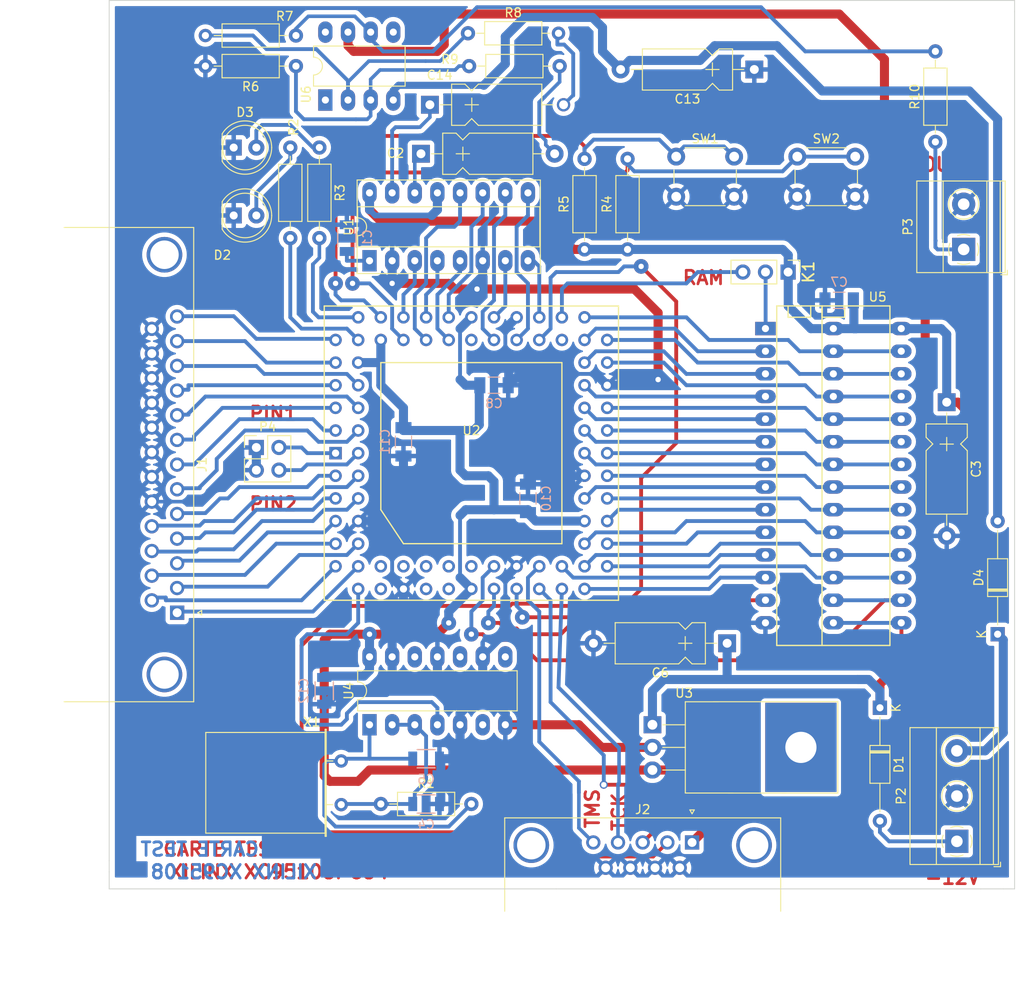
<source format=kicad_pcb>
(kicad_pcb (version 20221018) (generator pcbnew)
  (title_block (title "CARTE TEST XILINX XC95108") (rev "0"))
  (layers (0 "F.Cu" signal) (31 "B.Cu" signal) (34 "B.Paste" user) (35 "F.Paste" user) (36 "B.SilkS" user "B.Silkscreen") (37 "F.SilkS" user "F.Silkscreen") (38 "B.Mask" user) (39 "F.Mask" user) (44 "Edge.Cuts" user))
  (net 0 "")
  (net 1 "+12V")
  (net 2 "-12V")
  (net 3 "/CSMEM")
  (net 4 "/DAT0")
  (net 5 "/DAT1")
  (net 6 "/DAT2")
  (net 7 "/DAT3")
  (net 8 "/DAT4")
  (net 9 "/DAT5")
  (net 10 "/DAT6")
  (net 11 "/DAT7")
  (net 12 "/DCLK")
  (net 13 "/LED1")
  (net 14 "/LED2")
  (net 15 "/MA0")
  (net 16 "/MA1")
  (net 17 "/MA2")
  (net 18 "/MA3")
  (net 19 "/MA4")
  (net 20 "/MA5")
  (net 21 "/MA6")
  (net 22 "/MA7")
  (net 23 "/MD0")
  (net 24 "/MD1")
  (net 25 "/MD10")
  (net 26 "/MD11")
  (net 27 "/MD12")
  (net 28 "/MD13")
  (net 29 "/MD14")
  (net 30 "/MD2")
  (net 31 "/MD3")
  (net 32 "/MD4")
  (net 33 "/MD5")
  (net 34 "/MD6")
  (net 35 "/MD7")
  (net 36 "/MD8")
  (net 37 "/MD9")
  (net 38 "/OEMEM")
  (net 39 "/PARBUS0")
  (net 40 "/PARBUS1")
  (net 41 "/PARBUS2")
  (net 42 "/PARBUS3")
  (net 43 "/PARBUS4")
  (net 44 "/PARBUS5")
  (net 45 "/PARBUS6")
  (net 46 "/PARBUS7")
  (net 47 "/PAR_AUX0{slash}STROBE*")
  (net 48 "/PAR_AUX6{slash}ACK")
  (net 49 "/PAR_AUX5{slash}BUSY*")
  (net 50 "/PAR_AUX4{slash}PE")
  (net 51 "/PAR_AUX3{slash}SELECT*")
  (net 52 "/PAR_AUX2{slash}AUTOLF*")
  (net 53 "/PAR_AUX1{slash}ERROR*")
  (net 54 "/PAR_AUX7{slash}INIT")
  (net 55 "/PAR_AUX8{slash}SELECT")
  (net 56 "/PIN_TEST0")
  (net 57 "/PIN_TEST1")
  (net 58 "/XIN{slash}CLK")
  (net 59 "/SW0")
  (net 60 "/SW1")
  (net 61 "/TCK")
  (net 62 "/TDI")
  (net 63 "/TDO")
  (net 64 "/TMS")
  (net 66 "GND")
  (net 67 "Net-(C1-Pad1)")
  (net 68 "Net-(C14-Pad1)")
  (net 69 "Net-(C14-Pad2)")
  (net 70 "Net-(C2-Pad1)")
  (net 71 "Net-(C2-Pad2)")
  (net 72 "Net-(C4-Pad1)")
  (net 73 "Net-(C5-Pad1)")
  (net 74 "Net-(K1-Pad2)")
  (net 75 "Net-(P3-Pad1)")
  (net 76 "Net-(R10-Pad2)")
  (net 77 "Net-(R6-Pad1)")
  (net 78 "Net-(R7-Pad2)")
  (net 79 "VCC")
  (net 80 "/+12BATT")
  (net 81 "/-12BATT")
  (net 82 "Net-(D2-Pad2)")
  (net 83 "Net-(D3-Pad2)")
  (net 91 "/R{slash}W-A14")
  (footprint "Diode_THT:D_DO-35_SOD27_P12.70mm_Horizontal" (layer "F.Cu") (at 181.102 115.57 -90)
    (fp_text reference "D1")
    (fp_text value "1N4004")
  )
  (footprint "Diode_THT:D_DO-35_SOD27_P12.70mm_Horizontal" (layer "F.Cu") (at 194.31 107.315 90)
    (fp_text reference "D4")
    (fp_text value "1N4004")
  )
  (footprint "Button_Switch_THT:SW_PUSH_6mm_h4.3mm" (layer "F.Cu") (at 158.242 53.721)
    (fp_text reference "SW1")
    (fp_text value "SW_PUSH")
  )
  (footprint "Sockets:PLCC84" (layer "F.Cu") (at 135.255 86.995)
    (fp_text reference "U2")
    (fp_text value "XC95108PC84")
  )
  (footprint "Package_DIP:DIP-14_W7.62mm_LongPads" (layer "F.Cu") (at 123.825 117.475 90)
    (fp_text reference "U4")
    (fp_text value "74HC04")
  )
  (footprint "Connector_PinHeader_2.54mm:PinHeader_2x02_P2.54mm_Vertical" (layer "F.Cu") (at 111.125 86.36)
    (fp_text reference "P4")
    (fp_text value "CONN_2X2")
  )
  (footprint "Connector_PinHeader_2.54mm:PinHeader_1x03_P2.54mm_Vertical" (layer "F.Cu") (at 170.8 66.675 -90)
    (fp_text reference "K1")
    (fp_text value "CONN_3" hide)
  )
  (footprint "Resistor_THT:R_Axial_DIN0207_L6.3mm_D2.5mm_P10.16mm_Horizontal" (layer "F.Cu") (at 114.935 52.705 -90)
    (fp_text reference "R2")
    (fp_text value "330")
  )
  (footprint "Resistor_THT:R_Axial_DIN0207_L6.3mm_D2.5mm_P10.16mm_Horizontal" (layer "F.Cu") (at 134.874 39.878)
    (fp_text reference "R8")
    (fp_text value "2,2K")
  )
  (footprint "Resistor_THT:R_Axial_DIN0207_L6.3mm_D2.5mm_P10.16mm_Horizontal" (layer "F.Cu") (at 187.325 52.07 90)
    (fp_text reference "R10")
    (fp_text value "75")
  )
  (footprint "Resistor_THT:R_Axial_DIN0207_L6.3mm_D2.5mm_P10.16mm_Horizontal" (layer "F.Cu") (at 135.001 43.561)
    (fp_text reference "R9")
    (fp_text value "2,2K")
  )
  (footprint "Resistor_THT:R_Axial_DIN0207_L6.3mm_D2.5mm_P10.16mm_Horizontal" (layer "F.Cu") (at 125.095 126.365)
    (fp_text reference "R1")
    (fp_text value "100K")
  )
  (footprint "Resistor_THT:R_Axial_DIN0207_L6.3mm_D2.5mm_P10.16mm_Horizontal" (layer "F.Cu") (at 147.955 64.135 90)
    (fp_text reference "R5")
    (fp_text value "4,7K")
  )
  (footprint "Resistor_THT:R_Axial_DIN0207_L6.3mm_D2.5mm_P10.16mm_Horizontal" (layer "F.Cu") (at 115.57 43.561 180)
    (fp_text reference "R6")
    (fp_text value "1,1k")
  )
  (footprint "Resistor_THT:R_Axial_DIN0207_L6.3mm_D2.5mm_P10.16mm_Horizontal" (layer "F.Cu") (at 118.2 52.7 -90)
    (fp_text reference "R3")
    (fp_text value "330")
  )
  (footprint "Package_DIP:DIP-16_W7.62mm_Socket_LongPads" (layer "F.Cu") (at 123.825 65.405 90)
    (fp_text reference "U1")
    (fp_text value "TDA8702")
  )
  (footprint "Crystal:Crystal_HC18-U_Horizontal" (layer "F.Cu") (at 120.65 121.539 -90)
    (fp_text reference "X1")
    (fp_text value "10MHz")
  )
  (footprint "Resistor_THT:R_Axial_DIN0207_L6.3mm_D2.5mm_P10.16mm_Horizontal" (layer "F.Cu") (at 152.781 64.135 90)
    (fp_text reference "R4")
    (fp_text value "4,7K")
  )
  (footprint "Resistor_THT:R_Axial_DIN0207_L6.3mm_D2.5mm_P10.16mm_Horizontal" (layer "F.Cu") (at 115.57 40.132 180)
    (fp_text reference "R7")
    (fp_text value "1,1K")
  )
  (footprint "LED_THT:LED_D5.0mm" (layer "F.Cu") (at 108.585 52.705)
    (fp_text reference "D3")
    (fp_text value "LED")
  )
  (footprint "LED_THT:LED_D5.0mm" (layer "F.Cu") (at 108.585 60.325)
    (fp_text reference "D2")
    (fp_text value "LED")
  )
  (footprint "Package_DIP:DIP-8_W7.62mm_LongPads" (layer "F.Cu") (at 118.872 47.371 90)
    (fp_text reference "U6")
    (fp_text value "LM318N")
  )
  (footprint "Connector_Dsub:DSUB-25_Female_Horizontal_P2.77x2.84mm_EdgePinOffset9.90mm_Housed_MountingHolesOffset11.32mm" (layer "F.Cu") (at 102.235 104.902 -90)
    (fp_text reference "J1")
    (fp_text value "DB25")
  )
  (footprint "Package_TO_SOT_THT:TO-220-3_Horizontal_TabDown" (layer "F.Cu") (at 155.575 117.475 -90)
    (fp_text reference "U3")
    (fp_text value "LM7805")
  )
  (footprint "Connector_Dsub:DSUB-9_Female_Horizontal_P2.77x2.84mm_EdgePinOffset4.94mm_Housed_MountingHolesOffset7.48mm" (layer "F.Cu") (at 160.02 130.683)
    (fp_text reference "J2")
    (fp_text value "DB9FEM")
  )
  (footprint "TerminalBlock_Phoenix:TerminalBlock_Phoenix_MKDS-1,5-3-5.08_1x03_P5.08mm_Horizontal" (layer "F.Cu") (at 189.738 130.556 90)
    (fp_text reference "P2")
    (fp_text value "CONN_3")
  )
  (footprint "TerminalBlock_Phoenix:TerminalBlock_Phoenix_MKDS-1,5-2-5.08_1x02_P5.08mm_Horizontal" (layer "F.Cu") (at 190.5 64.135 90)
    (fp_text reference "P3")
    (fp_text value "CONN_2")
  )
  (footprint "Capacitor_THT:CP_Axial_L10.0mm_D4.5mm_P15.00mm_Horizontal" (layer "F.Cu") (at 167.005 43.942 180)
    (fp_text reference "C13")
    (fp_text value "10uF")
  )
  (footprint "Capacitor_THT:CP_Axial_L10.0mm_D4.5mm_P15.00mm_Horizontal" (layer "F.Cu") (at 163.957 108.331 180)
    (fp_text reference "C6")
    (fp_text value "47uF")
  )
  (footprint "Capacitor_THT:CP_Axial_L10.0mm_D4.5mm_P15.00mm_Horizontal" (layer "F.Cu") (at 188.595 81.28 -90)
    (fp_text reference "C3")
    (fp_text value "10uF")
  )
  (footprint "Capacitor_THT:CP_Axial_L10.0mm_D4.5mm_P15.00mm_Horizontal" (layer "F.Cu") (at 129.6 53.4)
    (fp_text reference "C2")
    (fp_text value "10uF")
  )
  (footprint "Button_Switch_THT:SW_PUSH_6mm_h4.3mm" (layer "F.Cu") (at 171.831 53.721)
    (fp_text reference "SW2")
    (fp_text value "SW_PUSH")
  )
  (footprint "Sockets_DIP:DIP-28__300__600_ELL" (layer "F.Cu") (at 168.275 73.025)
    (fp_text reference "U5")
    (fp_text value "RAM_32KO")
  )
  (footprint "Capacitor_THT:CP_Axial_L10.0mm_D4.5mm_P15.00mm_Horizontal" (layer "F.Cu") (at 130.6 47.9)
    (fp_text reference "C14")
    (fp_text value "10uF")
  )
  (footprint "Capacitors_SMD:C_1206" (layer "B.Cu") (at 121.285 62.865 90)
    (fp_text reference "C1")
    (fp_text value "100nF")
  )
  (footprint "Capacitors_SMD:C_1206" (layer "B.Cu") (at 130.175 126.365)
    (fp_text reference "C4")
    (fp_text value "22pF")
  )
  (footprint "Capacitors_SMD:C_1206" (layer "B.Cu") (at 130.175 121.285)
    (fp_text reference "C5")
    (fp_text value "22pF")
  )
  (footprint "Capacitors_SMD:C_1206" (layer "B.Cu") (at 118.745 113.665 -90)
    (fp_text reference "C12")
    (fp_text value "100nF")
  )
  (footprint "Capacitor_SMD:C_1206_3216Metric_Pad1.24x1.80mm_HandSolder" (layer "B.Cu") (at 127.635 85.725 -90)
    (fp_text reference "C11")
    (fp_text value "100nF")
  )
  (footprint "Capacitor_SMD:C_1206_3216Metric_Pad1.24x1.80mm_HandSolder" (layer "B.Cu") (at 141.605 92.075 90)
    (fp_text reference "C10")
    (fp_text value "100nF")
  )
  (footprint "Capacitor_SMD:C_1206_3216Metric_Pad1.24x1.80mm_HandSolder" (layer "B.Cu") (at 137.795 79.375)
    (fp_text reference "C8")
    (fp_text value "100nF")
  )
  (footprint "Capacitor_SMD:C_1206_3216Metric_Pad1.24x1.80mm_HandSolder" (layer "B.Cu") (at 176.53 69.85 180)
    (fp_text reference "C7")
    (fp_text value "100nF")
  )
  (gr_line (start 196.215 37.465) (end 196.215 36.195) (stroke (width 0.1)) (layer "Edge.Cuts"))
  (gr_line (start 94.615 46.355) (end 94.615 53.975) (stroke (width 0.1)) (layer "Edge.Cuts"))
  (gr_line (start 196.215 36.195) (end 94.615 36.195) (stroke (width 0.1)) (layer "Edge.Cuts"))
  (gr_line (start 196.215 135.89) (end 194.945 135.89) (stroke (width 0.1)) (layer "Edge.Cuts"))
  (gr_line (start 160.655 135.89) (end 192.405 135.89) (stroke (width 0.1)) (layer "Edge.Cuts"))
  (gr_line (start 94.615 53.975) (end 94.615 132.715) (stroke (width 0.1)) (layer "Edge.Cuts"))
  (gr_line (start 94.615 132.715) (end 94.615 133.985) (stroke (width 0.1)) (layer "Edge.Cuts"))
  (gr_line (start 94.615 36.195) (end 94.615 46.355) (stroke (width 0.1)) (layer "Edge.Cuts"))
  (gr_line (start 192.405 135.89) (end 194.945 135.89) (stroke (width 0.1)) (layer "Edge.Cuts"))
  (gr_line (start 196.215 37.465) (end 196.215 135.89) (stroke (width 0.1)) (layer "Edge.Cuts"))
  (gr_line (start 94.615 133.985) (end 94.615 135.89) (stroke (width 0.1)) (layer "Edge.Cuts"))
  (gr_line (start 94.615 135.89) (end 144.78 135.89) (stroke (width 0.1)) (layer "Edge.Cuts"))
  (gr_line (start 144.78 135.89) (end 160.655 135.89) (stroke (width 0.1)) (layer "Edge.Cuts"))
  (gr_text "TCK" (at 151.83866 127.254 90) (layer "F.Cu") (effects (font (size 1.524 1.524) (thickness 0.3048))))
  (gr_text "XILINX XC95108PC84" (at 113.665 133.985) (layer "F.Cu") (effects (font (size 1.524 1.524) (thickness 0.3048))))
  (gr_text "ROM" (at 176.53 67.31) (layer "F.Cu") (effects (font (size 1.524 1.524) (thickness 0.3048))))
  (gr_text "GND" (at 187.325 68.58) (layer "F.Cu") (effects (font (size 1.524 1.524) (thickness 0.3048))))
  (gr_text "GND" (at 183.388 124.841 90) (layer "F.Cu") (effects (font (size 1.524 1.524) (thickness 0.3048))))
  (gr_text "VOUT" (at 187.325 54.61) (layer "F.Cu") (effects (font (size 1.524 1.524) (thickness 0.3048))))
  (gr_text "VCC" (at 160.02 126.873 90) (layer "F.Cu") (effects (font (size 1.524 1.524) (thickness 0.3048))))
  (gr_text "PIN1" (at 113.03 82.55) (layer "F.Cu") (effects (font (size 1.524 1.524) (thickness 0.3048))))
  (gr_text "TDO" (at 157.55366 126.873 90) (layer "F.Cu") (effects (font (size 1.524 1.524) (thickness 0.3048))))
  (gr_text "TMS" (at 148.844 126.873 90) (layer "F.Cu") (effects (font (size 1.524 1.524) (thickness 0.3048))))
  (gr_text "+12V" (at 189.865 116.713) (layer "F.Cu") (effects (font (size 1.524 1.524) (thickness 0.3048))))
  (gr_text "PIN2" (at 113.03 92.71) (layer "F.Cu") (effects (font (size 1.524 1.524) (thickness 0.3048))))
  (gr_text "-12V" (at 189.23 134.62) (layer "F.Cu") (effects (font (size 1.524 1.524) (thickness 0.3048))))
  (gr_text "RAM" (at 161.29 67.31) (layer "F.Cu") (effects (font (size 1.524 1.524) (thickness 0.3048))))
  (gr_text "CARTE TEST" (at 107.315 131.445) (layer "F.Cu") (effects (font (size 1.524 1.524) (thickness 0.3048))))
  (gr_text "TDI" (at 154.52725 126.873 90) (layer "F.Cu") (effects (font (size 1.27 1.524) (thickness 0.3048))))
  (gr_text "XILINX XC95108" (at 108.585 133.985) (layer "B.Cu") (effects (font (size 1.524 1.524) (thickness 0.3048)) (justify mirror)))
  (gr_text "CARTE TEST" (at 104.775 131.445) (layer "B.Cu") (effects (font (size 1.524 1.524) (thickness 0.3048)) (justify mirror)))
  (segment (start 121.412 41.275) (end 121.412 39.751) (width 1.016) (layer "F.Cu") (net 1))
  (segment (start 181.102 115.57) (end 181.102 112.903) (width 1.016) (layer "F.Cu") (net 1))
  (segment (start 181.61 42.799) (end 176.53 37.719) (width 1.016) (layer "F.Cu") (net 1))
  (segment (start 132.842 37.719) (end 132.207 38.354) (width 1.016) (layer "F.Cu") (net 1))
  (segment (start 186.182 71.247) (end 181.61 66.675) (width 1.016) (layer "F.Cu") (net 1))
  (segment (start 181.102 112.903) (end 186.182 107.823) (width 1.016) (layer "F.Cu") (net 1))
  (segment (start 122.047 41.91) (end 121.412 41.275) (width 1.016) (layer "F.Cu") (net 1))
  (segment (start 176.53 37.719) (end 132.842 37.719) (width 1.016) (layer "F.Cu") (net 1))
  (segment (start 186.182 107.823) (end 186.182 71.247) (width 1.016) (layer "F.Cu") (net 1))
  (segment (start 132.207 41.148) (end 131.445 41.91) (width 1.016) (layer "F.Cu") (net 1))
  (segment (start 132.207 38.354) (end 132.207 41.148) (width 1.016) (layer "F.Cu") (net 1))
  (segment (start 181.61 66.675) (end 181.61 42.799) (width 1.016) (layer "F.Cu") (net 1))
  (segment (start 131.445 41.91) (end 122.047 41.91) (width 1.016) (layer "F.Cu") (net 1))
  (segment (start 178.562 112.395) (end 179.705 112.395) (width 1.016) (layer "B.Cu") (net 1))
  (segment (start 178.562 112.395) (end 179.832 112.395) (width 1.016) (layer "B.Cu") (net 1))
  (segment (start 155.575 113.665) (end 155.575 117.475) (width 1.016) (layer "B.Cu") (net 1))
  (segment (start 181.102 113.665) (end 181.102 115.57) (width 1.016) (layer "B.Cu") (net 1))
  (segment (start 179.832 112.395) (end 181.102 113.665) (width 1.016) (layer "B.Cu") (net 1))
  (segment (start 156.845 112.395) (end 155.575 113.665) (width 1.016) (layer "B.Cu") (net 1))
  (segment (start 163.83 112.395) (end 163.957 112.268) (width 1.016) (layer "B.Cu") (net 1))
  (segment (start 163.83 112.395) (end 178.562 112.395) (width 1.016) (layer "B.Cu") (net 1))
  (segment (start 163.957 112.268) (end 163.957 108.331) (width 1.016) (layer "B.Cu") (net 1))
  (segment (start 163.83 112.395) (end 156.845 112.395) (width 1.016) (layer "B.Cu") (net 1))
  (segment (start 149.973 41.91) (end 149.973 39.229) (width 1.016) (layer "B.Cu") (net 2))
  (segment (start 160.909 42.926) (end 162.56 41.275) (width 1.016) (layer "B.Cu") (net 2))
  (segment (start 149.973 39.229) (end 148.844 38.1) (width 1.016) (layer "B.Cu") (net 2))
  (segment (start 127.08 45.72) (end 136.652 45.72) (width 0.8) (layer "B.Cu") (net 2))
  (segment (start 126.492 46.308) (end 127.08 45.72) (width 0.8) (layer "B.Cu") (net 2))
  (segment (start 194.31 49.53) (end 191.135 46.355) (width 1.016) (layer "B.Cu") (net 2))
  (segment (start 141.224 38.1) (end 139.065 40.259) (width 1.016) (layer "B.Cu") (net 2))
  (segment (start 169.545 41.275) (end 174.625 46.355) (width 1.016) (layer "B.Cu") (net 2))
  (segment (start 139.065 40.259) (end 139.065 43.307) (width 1.016) (layer "B.Cu") (net 2))
  (segment (start 139.065 43.307) (end 136.652 45.72) (width 1.016) (layer "B.Cu") (net 2))
  (segment (start 174.625 46.355) (end 191.135 46.355) (width 1.016) (layer "B.Cu") (net 2))
  (segment (start 162.56 41.275) (end 169.545 41.275) (width 1.016) (layer "B.Cu") (net 2))
  (segment (start 126.492 47.371) (end 126.492 46.308) (width 0.8) (layer "B.Cu") (net 2))
  (segment (start 160.909 42.926) (end 153.021 42.926) (width 1.016) (layer "B.Cu") (net 2))
  (segment (start 153.021 42.926) (end 152.005 43.942) (width 1.016) (layer "B.Cu") (net 2))
  (segment (start 194.31 94.615) (end 194.31 49.53) (width 1.016) (layer "B.Cu") (net 2))
  (segment (start 148.844 38.1) (end 141.224 38.1) (width 1.016) (layer "B.Cu") (net 2))
  (segment (start 152.005 43.942) (end 149.973 41.91) (width 1.016) (layer "B.Cu") (net 2))
  (segment (start 183.515 93.345) (end 175.895 93.345) (width 0.4318) (layer "B.Cu") (net 3))
  (segment (start 175.895 93.345) (end 173.355 93.345) (width 0.4318) (layer "B.Cu") (net 3))
  (segment (start 173.355 93.345) (end 172.085 92.075) (width 0.4318) (layer "B.Cu") (net 3))
  (segment (start 150.495 92.075) (end 172.085 92.075) (width 0.4318) (layer "B.Cu") (net 3))
  (segment (start 130.175 67.945) (end 130.175 62.865) (width 0.4318) (layer "B.Cu") (net 4))
  (segment (start 133.35 61.595) (end 133.985 60.96) (width 0.4318) (layer "B.Cu") (net 4))
  (segment (start 133.985 60.96) (end 133.985 57.785) (width 0.4318) (layer "B.Cu") (net 4))
  (segment (start 128.905 69.215) (end 130.175 67.945) (width 0.4318) (layer "B.Cu") (net 4))
  (segment (start 131.445 61.595) (end 133.35 61.595) (width 0.4318) (layer "B.Cu") (net 4))
  (segment (start 130.175 62.865) (end 131.445 61.595) (width 0.4318) (layer "B.Cu") (net 4))
  (segment (start 130.175 74.295) (end 128.905 73.025) (width 0.4318) (layer "B.Cu") (net 4))
  (segment (start 128.905 73.025) (end 128.905 69.215) (width 0.4318) (layer "B.Cu") (net 4))
  (segment (start 135.255 61.595) (end 136.525 60.325) (width 0.4318) (layer "B.Cu") (net 5))
  (segment (start 132.715 69.215) (end 135.255 66.675) (width 0.4318) (layer "B.Cu") (net 5))
  (segment (start 136.525 57.785) (end 136.525 60.325) (width 0.4318) (layer "B.Cu") (net 5))
  (segment (start 135.255 61.595) (end 135.255 66.675) (width 0.4318) (layer "B.Cu") (net 5))
  (segment (start 132.715 69.215) (end 132.715 71.755) (width 0.4318) (layer "B.Cu") (net 5))
  (segment (start 128.905 67.945) (end 127.635 69.215) (width 0.4318) (layer "B.Cu") (net 6))
  (segment (start 128.905 65.405) (end 128.905 67.945) (width 0.4318) (layer "B.Cu") (net 6))
  (segment (start 127.635 69.215) (end 127.635 71.755) (width 0.4318) (layer "B.Cu") (net 6))
  (segment (start 130.175 69.215) (end 131.445 67.945) (width 0.4318) (layer "B.Cu") (net 7))
  (segment (start 130.175 71.755) (end 130.175 69.215) (width 0.4318) (layer "B.Cu") (net 7))
  (segment (start 131.445 67.945) (end 131.445 65.405) (width 0.4318) (layer "B.Cu") (net 7))
  (segment (start 139.065 60.325) (end 137.795 61.595) (width 0.4318) (layer "B.Cu") (net 8))
  (segment (start 136.525 71.12) (end 137.795 69.85) (width 0.4318) (layer "B.Cu") (net 8))
  (segment (start 139.065 57.785) (end 139.065 60.325) (width 0.4318) (layer "B.Cu") (net 8))
  (segment (start 137.795 69.85) (end 137.795 61.595) (width 0.4318) (layer "B.Cu") (net 8))
  (segment (start 136.525 73.025) (end 137.795 74.295) (width 0.4318) (layer "B.Cu") (net 8))
  (segment (start 136.525 71.12) (end 136.525 73.025) (width 0.4318) (layer "B.Cu") (net 8))
  (segment (start 140.335 74.295) (end 141.605 73.025) (width 0.4318) (layer "B.Cu") (net 9))
  (segment (start 141.605 57.785) (end 141.605 60.325) (width 0.4318) (layer "B.Cu") (net 9))
  (segment (start 141.605 67.945) (end 140.335 66.675) (width 0.4318) (layer "B.Cu") (net 9))
  (segment (start 141.605 60.325) (end 140.335 61.595) (width 0.4318) (layer "B.Cu") (net 9))
  (segment (start 140.335 61.595) (end 140.335 66.675) (width 0.4318) (layer "B.Cu") (net 9))
  (segment (start 141.605 73.025) (end 141.605 67.945) (width 0.4318) (layer "B.Cu") (net 9))
  (segment (start 142.875 71.755) (end 142.875 66.04) (width 0.4318) (layer "B.Cu") (net 10))
  (segment (start 142.875 66.04) (end 142.24 65.405) (width 0.4318) (layer "B.Cu") (net 10))
  (segment (start 142.24 65.405) (end 141.605 65.405) (width 0.4318) (layer "B.Cu") (net 10))
  (segment (start 139.065 70.485) (end 137.795 71.755) (width 0.4318) (layer "B.Cu") (net 11))
  (segment (start 139.065 65.405) (end 139.065 70.485) (width 0.4318) (layer "B.Cu") (net 11))
  (segment (start 133.985 66.675) (end 133.985 65.405) (width 0.4318) (layer "B.Cu") (net 12))
  (segment (start 131.445 69.215) (end 133.985 66.675) (width 0.4318) (layer "B.Cu") (net 12))
  (segment (start 131.445 73.025) (end 131.445 69.215) (width 0.4318) (layer "B.Cu") (net 12))
  (segment (start 132.715 74.295) (end 131.445 73.025) (width 0.4318) (layer "B.Cu") (net 12))
  (segment (start 116.205 73.025) (end 114.935 71.755) (width 0.4318) (layer "B.Cu") (net 13))
  (segment (start 114.935 62.865) (end 114.935 71.755) (width 0.4318) (layer "B.Cu") (net 13))
  (segment (start 121.285 73.025) (end 122.555 74.295) (width 0.4318) (layer "B.Cu") (net 13))
  (segment (start 116.205 73.025) (end 121.285 73.025) (width 0.4318) (layer "B.Cu") (net 13))
  (segment (start 117.475 71.12) (end 118.11 71.755) (width 0.4318) (layer "B.Cu") (net 14))
  (segment (start 118.2 62.86) (end 118.2 65.075) (width 0.4) (layer "B.Cu") (net 14))
  (segment (start 117.475 65.8) (end 117.475 71.12) (width 0.4318) (layer "B.Cu") (net 14))
  (segment (start 118.2 65.075) (end 117.475 65.8) (width 0.4) (layer "B.Cu") (net 14))
  (segment (start 118.11 71.755) (end 122.555 71.755) (width 0.4318) (layer "B.Cu") (net 14))
  (segment (start 161.925 99.695) (end 163.195 98.425) (width 0.4318) (layer "B.Cu") (net 15))
  (segment (start 150.495 99.695) (end 161.925 99.695) (width 0.4318) (layer "B.Cu") (net 15))
  (segment (start 163.195 98.425) (end 168.275 98.425) (width 0.4318) (layer "B.Cu") (net 15))
  (segment (start 161.925 102.235) (end 163.195 100.965) (width 0.4318) (layer "B.Cu") (net 16))
  (segment (start 163.195 100.965) (end 168.275 100.965) (width 0.4318) (layer "B.Cu") (net 16))
  (segment (start 147.955 102.235) (end 161.925 102.235) (width 0.4318) (layer "B.Cu") (net 16))
  (segment (start 161.925 105.41) (end 163.83 103.505) (width 0.4318) (layer "F.Cu") (net 17))
  (segment (start 140.97 105.41) (end 161.925 105.41) (width 0.4318) (layer "F.Cu") (net 17))
  (segment (start 163.83 103.505) (end 168.275 103.505) (width 0.4318) (layer "F.Cu") (net 17))
  (via (at 140.97 105.41) (size 1.651) (drill 0.6) (layers "F.Cu" "B.Cu") (net 17))
  (segment (start 140.335 102.235) (end 140.335 104.14) (width 0.4318) (layer "B.Cu") (net 17))
  (segment (start 140.97 104.775) (end 140.97 105.41) (width 0.4318) (layer "B.Cu") (net 17))
  (segment (start 140.335 104.14) (end 140.97 104.775) (width 0.4318) (layer "B.Cu") (net 17))
  (segment (start 169.926 109.22) (end 182.88 109.22) (width 0.4318) (layer "F.Cu") (net 18))
  (segment (start 137.16 107.95) (end 140.335 107.95) (width 0.4318) (layer "F.Cu") (net 18))
  (segment (start 183.515 108.585) (end 183.515 106.045) (width 0.4318) (layer "F.Cu") (net 18))
  (segment (start 140.335 107.95) (end 142.621 110.236) (width 0.4318) (layer "F.Cu") (net 18))
  (segment (start 168.91 110.236) (end 169.926 109.22) (width 0.4318) (layer "F.Cu") (net 18))
  (segment (start 136.525 107.315) (end 137.16 107.95) (width 0.4318) (layer "F.Cu") (net 18))
  (segment (start 135.255 107.315) (end 136.525 107.315) (width 0.4318) (layer "F.Cu") (net 18))
  (segment (start 182.88 109.22) (end 183.515 108.585) (width 0.4318) (layer "F.Cu") (net 18))
  (segment (start 142.621 110.236) (end 168.91 110.236) (width 0.4318) (layer "F.Cu") (net 18))
  (via (at 135.255 107.315) (size 1.651) (drill 0.6) (layers "F.Cu" "B.Cu") (net 18))
  (segment (start 136.525 100.965) (end 137.795 99.695) (width 0.4318) (layer "B.Cu") (net 18))
  (segment (start 135.255 107.315) (end 135.255 104.775) (width 0.4318) (layer "B.Cu") (net 18))
  (segment (start 136.525 103.505) (end 136.525 100.965) (width 0.4318) (layer "B.Cu") (net 18))
  (segment (start 135.255 104.775) (end 136.525 103.505) (width 0.4318) (layer "B.Cu") (net 18))
  (segment (start 175.895 106.045) (end 183.515 106.045) (width 0.4318) (layer "B.Cu") (net 18))
  (segment (start 166.751 107.95) (end 177.165 107.95) (width 0.4318) (layer "F.Cu") (net 19))
  (segment (start 139.065 106.68) (end 140.335 106.68) (width 0.4318) (layer "F.Cu") (net 19))
  (segment (start 177.165 107.95) (end 181.61 103.505) (width 0.4318) (layer "F.Cu") (net 19))
  (segment (start 140.97 107.315) (end 145.288 107.315) (width 0.4318) (layer "F.Cu") (net 19))
  (segment (start 137.16 106.045) (end 138.43 106.045) (width 0.4318) (layer "F.Cu") (net 19))
  (segment (start 145.288 107.315) (end 146.177 106.426) (width 0.4318) (layer "F.Cu") (net 19))
  (segment (start 146.177 106.426) (end 165.227 106.426) (width 0.4318) (layer "F.Cu") (net 19))
  (segment (start 140.335 106.68) (end 140.97 107.315) (width 0.4318) (layer "F.Cu") (net 19))
  (segment (start 181.61 103.505) (end 183.515 103.505) (width 0.4318) (layer "F.Cu") (net 19))
  (segment (start 138.43 106.045) (end 139.065 106.68) (width 0.4318) (layer "F.Cu") (net 19))
  (segment (start 165.227 106.426) (end 166.751 107.95) (width 0.4318) (layer "F.Cu") (net 19))
  (via (at 137.16 106.045) (size 1.651) (drill 0.6) (layers "F.Cu" "B.Cu") (net 19))
  (segment (start 137.795 104.14) (end 137.16 104.775) (width 0.4318) (layer "B.Cu") (net 19))
  (segment (start 137.795 104.14) (end 137.795 102.235) (width 0.4318) (layer "B.Cu") (net 19))
  (segment (start 183.515 103.505) (end 175.895 103.505) (width 0.4318) (layer "B.Cu") (net 19))
  (segment (start 137.16 104.775) (end 137.16 106.045) (width 0.4318) (layer "B.Cu") (net 19))
  (segment (start 161.925 100.965) (end 163.195 99.695) (width 0.4318) (layer "B.Cu") (net 20))
  (segment (start 175.895 100.965) (end 173.99 100.965) (width 0.4318) (layer "B.Cu") (net 20))
  (segment (start 163.195 99.695) (end 172.72 99.695) (width 0.4318) (layer "B.Cu") (net 20))
  (segment (start 173.99 100.965) (end 172.72 99.695) (width 0.4318) (layer "B.Cu") (net 20))
  (segment (start 145.415 99.695) (end 146.685 100.965) (width 0.4318) (layer "B.Cu") (net 20))
  (segment (start 175.895 100.965) (end 183.515 100.965) (width 0.4318) (layer "B.Cu") (net 20))
  (segment (start 146.685 100.965) (end 161.925 100.965) (width 0.4318) (layer "B.Cu") (net 20))
  (segment (start 183.515 98.425) (end 175.895 98.425) (width 0.4318) (layer "B.Cu") (net 21))
  (segment (start 175.895 98.425) (end 173.355 98.425) (width 0.4318) (layer "B.Cu") (net 21))
  (segment (start 149.225 98.425) (end 161.925 98.425) (width 0.4318) (layer "B.Cu") (net 21))
  (segment (start 161.925 98.425) (end 163.195 97.155) (width 0.4318) (layer "B.Cu") (net 21))
  (segment (start 163.195 97.155) (end 172.085 97.155) (width 0.4318) (layer "B.Cu") (net 21))
  (segment (start 147.955 99.695) (end 149.225 98.425) (width 0.4318) (layer "B.Cu") (net 21))
  (segment (start 173.355 98.425) (end 172.085 97.155) (width 0.4318) (layer "B.Cu") (net 21))
  (segment (start 149.225 95.885) (end 158.115 95.885) (width 0.4318) (layer "B.Cu") (net 22))
  (segment (start 158.115 95.885) (end 159.385 94.615) (width 0.4318) (layer "B.Cu") (net 22))
  (segment (start 147.955 97.155) (end 149.225 95.885) (width 0.4318) (layer "B.Cu") (net 22))
  (segment (start 173.99 95.885) (end 172.72 94.615) (width 0.4318) (layer "B.Cu") (net 22))
  (segment (start 183.515 95.885) (end 175.895 95.885) (width 0.4318) (layer "B.Cu") (net 22))
  (segment (start 175.895 95.885) (end 173.99 95.885) (width 0.4318) (layer "B.Cu") (net 22))
  (segment (start 172.72 94.615) (end 159.385 94.615) (width 0.4318) (layer "B.Cu") (net 22))
  (segment (start 159.385 97.155) (end 160.655 95.885) (width 0.4318) (layer "B.Cu") (net 23))
  (segment (start 160.655 95.885) (end 168.275 95.885) (width 0.4318) (layer "B.Cu") (net 23))
  (segment (start 150.495 97.155) (end 159.385 97.155) (width 0.4318) (layer "B.Cu") (net 23))
  (segment (start 150.495 94.615) (end 151.765 93.345) (width 0.4318) (layer "B.Cu") (net 24))
  (segment (start 151.765 93.345) (end 168.275 93.345) (width 0.4318) (layer "B.Cu") (net 24))
  (segment (start 183.515 90.805) (end 175.895 90.805) (width 0.4318) (layer "B.Cu") (net 25))
  (segment (start 150.495 89.535) (end 172.72 89.535) (width 0.4318) (layer "B.Cu") (net 25))
  (segment (start 175.895 90.805) (end 173.99 90.805) (width 0.4318) (layer "B.Cu") (net 25))
  (segment (start 173.99 90.805) (end 172.72 89.535) (width 0.4318) (layer "B.Cu") (net 25))
  (segment (start 175.895 85.725) (end 183.515 85.725) (width 0.4318) (layer "B.Cu") (net 26))
  (segment (start 175.895 85.725) (end 173.99 85.725) (width 0.4318) (layer "B.Cu") (net 26))
  (segment (start 173.99 85.725) (end 172.72 84.455) (width 0.4318) (layer "B.Cu") (net 26))
  (segment (start 150.495 84.455) (end 172.72 84.455) (width 0.4318) (layer "B.Cu") (net 26))
  (segment (start 147.955 74.295) (end 149.225 73.025) (width 0.4318) (layer "B.Cu") (net 27))
  (segment (start 160.655 75.565) (end 168.275 75.565) (width 0.4318) (layer "B.Cu") (net 27))
  (segment (start 149.225 73.025) (end 158.115 73.025) (width 0.4318) (layer "B.Cu") (net 27))
  (segment (start 158.115 73.025) (end 160.655 75.565) (width 0.4318) (layer "B.Cu") (net 27))
  (segment (start 175.895 78.105) (end 183.515 78.105) (width 0.4318) (layer "B.Cu") (net 28))
  (segment (start 175.895 78.105) (end 172.085 78.105) (width 0.4318) (layer "B.Cu") (net 28))
  (segment (start 170.815 76.835) (end 172.085 78.105) (width 0.4318) (layer "B.Cu") (net 28))
  (segment (start 160.655 76.835) (end 170.815 76.835) (width 0.4318) (layer "B.Cu") (net 28))
  (segment (start 158.115 74.295) (end 160.655 76.835) (width 0.4318) (layer "B.Cu") (net 28))
  (segment (start 158.115 74.295) (end 150.495 74.295) (width 0.4318) (layer "B.Cu") (net 28))
  (segment (start 160.655 66.675) (end 165.735 66.675) (width 0.4318) (layer "B.Cu") (net 29))
  (segment (start 145.415 68.58) (end 146.05 67.945) (width 0.4318) (layer "B.Cu") (net 29))
  (segment (start 159.385 67.945) (end 160.655 66.675) (width 0.4318) (layer "B.Cu") (net 29))
  (segment (start 146.05 67.945) (end 159.385 67.945) (width 0.4318) (layer "B.Cu") (net 29))
  (segment (start 145.415 71.755) (end 145.415 68.58) (width 0.4318) (layer "B.Cu") (net 29))
  (segment (start 149.225 90.805) (end 168.275 90.805) (width 0.4318) (layer "B.Cu") (net 30))
  (segment (start 147.955 92.075) (end 149.225 90.805) (width 0.4318) (layer "B.Cu") (net 30))
  (segment (start 149.225 88.265) (end 168.275 88.265) (width 0.4318) (layer "B.Cu") (net 31))
  (segment (start 147.955 86.995) (end 149.225 88.265) (width 0.4318) (layer "B.Cu") (net 31))
  (segment (start 149.225 85.725) (end 147.955 84.455) (width 0.4318) (layer "B.Cu") (net 32))
  (segment (start 168.275 85.725) (end 149.225 85.725) (width 0.4318) (layer "B.Cu") (net 32))
  (segment (start 168.275 83.185) (end 149.225 83.185) (width 0.4318) (layer "B.Cu") (net 33))
  (segment (start 149.225 83.185) (end 147.955 81.915) (width 0.4318) (layer "B.Cu") (net 33))
  (segment (start 149.225 80.645) (end 168.275 80.645) (width 0.4318) (layer "B.Cu") (net 34))
  (segment (start 147.955 79.375) (end 149.225 80.645) (width 0.4318) (layer "B.Cu") (net 34))
  (segment (start 149.225 75.565) (end 147.955 76.835) (width 0.4318) (layer "B.Cu") (net 35))
  (segment (start 156.845 75.565) (end 149.225 75.565) (width 0.4318) (layer "B.Cu") (net 35))
  (segment (start 168.275 78.105) (end 159.385 78.105) (width 0.4318) (layer "B.Cu") (net 35))
  (segment (start 159.385 78.105) (end 156.845 75.565) (width 0.4318) (layer "B.Cu") (net 35))
  (segment (start 159.385 79.375) (end 172.72 79.375) (width 0.4318) (layer "B.Cu") (net 36))
  (segment (start 173.99 80.645) (end 172.72 79.375) (width 0.4318) (layer "B.Cu") (net 36))
  (segment (start 150.495 76.835) (end 156.845 76.835) (width 0.4318) (layer "B.Cu") (net 36))
  (segment (start 175.895 80.645) (end 173.99 80.645) (width 0.4318) (layer "B.Cu") (net 36))
  (segment (start 156.845 76.835) (end 159.385 79.375) (width 0.4318) (layer "B.Cu") (net 36))
  (segment (start 175.895 80.645) (end 183.515 80.645) (width 0.4318) (layer "B.Cu") (net 36))
  (segment (start 175.895 83.185) (end 183.515 83.185) (width 0.4318) (layer "B.Cu") (net 37))
  (segment (start 150.495 81.915) (end 172.72 81.915) (width 0.4318) (layer "B.Cu") (net 37))
  (segment (start 173.99 83.185) (end 172.72 81.915) (width 0.4318) (layer "B.Cu") (net 37))
  (segment (start 175.895 83.185) (end 173.99 83.185) (width 0.4318) (layer "B.Cu") (net 37))
  (segment (start 175.895 88.265) (end 173.99 88.265) (width 0.4318) (layer "B.Cu") (net 38))
  (segment (start 150.495 86.995) (end 172.72 86.995) (width 0.4318) (layer "B.Cu") (net 38))
  (segment (start 175.895 88.265) (end 183.515 88.265) (width 0.4318) (layer "B.Cu") (net 38))
  (segment (start 173.99 88.265) (end 172.72 86.995) (width 0.4318) (layer "B.Cu") (net 38))
  (segment (start 112.395 101.981) (end 115.951 98.425) (width 0.4318) (layer "B.Cu") (net 39))
  (segment (start 102.235 101.981) (end 112.395 101.981) (width 0.4318) (layer "B.Cu") (net 39))
  (segment (start 121.285 98.425) (end 122.555 97.155) (width 0.4318) (layer "B.Cu") (net 39))
  (segment (start 115.951 98.425) (end 121.285 98.425) (width 0.4318) (layer "B.Cu") (net 39))
  (segment (start 118.745 95.885) (end 120.015 94.615) (width 0.4318) (layer "B.Cu") (net 40))
  (segment (start 112.395 95.885) (end 109.22 99.06) (width 0.4318) (layer "B.Cu") (net 40))
  (segment (start 102.235 99.06) (end 102.235 99.314) (width 0.4318) (layer "B.Cu") (net 40))
  (segment (start 109.22 99.06) (end 102.235 99.06) (width 0.4318) (layer "B.Cu") (net 40))
  (segment (start 112.395 95.885) (end 118.745 95.885) (width 0.4318) (layer "B.Cu") (net 40))
  (segment (start 105.41 95.885) (end 108.585 95.885) (width 0.4318) (layer "B.Cu") (net 41))
  (segment (start 104.775 96.52) (end 105.41 95.885) (width 0.4318) (layer "B.Cu") (net 41))
  (segment (start 111.125 93.345) (end 117.475 93.345) (width 0.4318) (layer "B.Cu") (net 41))
  (segment (start 102.235 96.52) (end 104.775 96.52) (width 0.4318) (layer "B.Cu") (net 41))
  (segment (start 117.475 93.345) (end 118.745 92.075) (width 0.4318) (layer "B.Cu") (net 41))
  (segment (start 108.585 95.885) (end 111.125 93.345) (width 0.4318) (layer "B.Cu") (net 41))
  (segment (start 118.745 92.075) (end 120.015 92.075) (width 0.4318) (layer "B.Cu") (net 41))
  (segment (start 116.84 90.805) (end 118.11 89.535) (width 0.4318) (layer "B.Cu") (net 42))
  (segment (start 107.95 92.075) (end 109.22 90.805) (width 0.4318) (layer "B.Cu") (net 42))
  (segment (start 107.061 92.075) (end 107.95 92.075) (width 0.4318) (layer "B.Cu") (net 42))
  (segment (start 118.11 89.535) (end 120.015 89.535) (width 0.4318) (layer "B.Cu") (net 42))
  (segment (start 105.41 93.726) (end 107.061 92.075) (width 0.4318) (layer "B.Cu") (net 42))
  (segment (start 102.235 93.726) (end 105.41 93.726) (width 0.4318) (layer "B.Cu") (net 42))
  (segment (start 109.22 90.805) (end 116.84 90.805) (width 0.4318) (layer "B.Cu") (net 42))
  (segment (start 104.775 90.932) (end 104.775 90.805) (width 0.4318) (layer "B.Cu") (net 43))
  (segment (start 106.68 88.9) (end 106.68 87.63) (width 0.4318) (layer "B.Cu") (net 43))
  (segment (start 104.775 90.805) (end 106.68 88.9) (width 0.4318) (layer "B.Cu") (net 43))
  (segment (start 118.11 85.725) (end 121.285 85.725) (width 0.4318) (layer "B.Cu") (net 43))
  (segment (start 121.285 85.725) (end 122.555 84.455) (width 0.4318) (layer "B.Cu") (net 43))
  (segment (start 106.68 87.63) (end 109.855 84.455) (width 0.4318) (layer "B.Cu") (net 43))
  (segment (start 116.84 84.455) (end 118.11 85.725) (width 0.4318) (layer "B.Cu") (net 43))
  (segment (start 109.855 84.455) (end 116.84 84.455) (width 0.4318) (layer "B.Cu") (net 43))
  (segment (start 102.235 90.932) (end 104.775 90.932) (width 0.4318) (layer "B.Cu") (net 43))
  (segment (start 118.745 84.455) (end 120.015 84.455) (width 0.4318) (layer "B.Cu") (net 44))
  (segment (start 117.475 83.185) (end 118.745 84.455) (width 0.4318) (layer "B.Cu") (net 44))
  (segment (start 109.22 83.185) (end 117.475 83.185) (width 0.4318) (layer "B.Cu") (net 44))
  (segment (start 102.235 88.265) (end 104.14 88.265) (width 0.4318) (layer "B.Cu") (net 44))
  (segment (start 104.14 88.265) (end 109.22 83.185) (width 0.4318) (layer "B.Cu") (net 44))
  (segment (start 102.235 85.471) (end 104.14 85.471) (width 0.4318) (layer "B.Cu") (net 45))
  (segment (start 104.14 85.471) (end 104.14 85.09) (width 0.4318) (layer "B.Cu") (net 45))
  (segment (start 107.315 81.915) (end 120.015 81.915) (width 0.4318) (layer "B.Cu") (net 45))
  (segment (start 104.14 85.09) (end 107.315 81.915) (width 0.4318) (layer "B.Cu") (net 45))
  (segment (start 102.235 82.677) (end 103.505 82.677) (width 0.4318) (layer "B.Cu") (net 46))
  (segment (start 103.505 82.677) (end 103.505 82.55) (width 0.4318) (layer "B.Cu") (net 46))
  (segment (start 121.285 80.645) (end 122.555 81.915) (width 0.4318) (layer "B.Cu") (net 46))
  (segment (start 103.505 82.55) (end 105.41 80.645) (width 0.4318) (layer "B.Cu") (net 46))
  (segment (start 105.41 80.645) (end 121.285 80.645) (width 0.4318) (layer "B.Cu") (net 46))
  (segment (start 102.235 104.775) (end 117.475 104.775) (width 0.4318) (layer "B.Cu") (net 47))
  (segment (start 117.475 104.775) (end 122.555 99.695) (width 0.4318) (layer "B.Cu") (net 47))
  (segment (start 103.505 79.883) (end 103.505 79.375) (width 0.4318) (layer "B.Cu") (net 48))
  (segment (start 102.235 79.883) (end 103.505 79.883) (width 0.4318) (layer "B.Cu") (net 48))
  (segment (start 103.505 79.375) (end 120.015 79.375) (width 0.4318) (layer "B.Cu") (net 48))
  (segment (start 112.014 78.105) (end 121.285 78.105) (width 0.4318) (layer "B.Cu") (net 49))
  (segment (start 102.235 77.216) (end 111.125 77.216) (width 0.4318) (layer "B.Cu") (net 49))
  (segment (start 111.125 77.216) (end 112.014 78.105) (width 0.4318) (layer "B.Cu") (net 49))
  (segment (start 121.285 78.105) (end 122.555 79.375) (width 0.4318) (layer "B.Cu") (net 49))
  (segment (start 102.235 74.422) (end 109.855 74.422) (width 0.4318) (layer "B.Cu") (net 50))
  (segment (start 112.268 76.835) (end 120.015 76.835) (width 0.4318) (layer "B.Cu") (net 50))
  (segment (start 109.855 74.422) (end 112.268 76.835) (width 0.4318) (layer "B.Cu") (net 50))
  (segment (start 108.585 71.628) (end 111.125 74.168) (width 0.4318) (layer "B.Cu") (net 51))
  (segment (start 111.125 74.168) (end 120.015 74.168) (width 0.4318) (layer "B.Cu") (net 51))
  (segment (start 102.235 71.628) (end 108.585 71.628) (width 0.4318) (layer "B.Cu") (net 51))
  (segment (start 120.015 74.168) (end 120.015 74.295) (width 0.4318) (layer "B.Cu") (net 51))
  (segment (start 100.965 103.2002) (end 100.965 103.505) (width 0.4318) (layer "B.Cu") (net 52))
  (segment (start 100.965 103.505) (end 116.205 103.505) (width 0.4318) (layer "B.Cu") (net 52))
  (segment (start 116.205 103.505) (end 120.015 99.695) (width 0.4318) (layer "B.Cu") (net 52))
  (segment (start 99.695 103.2002) (end 100.965 103.2002) (width 0.4318) (layer "B.Cu") (net 52))
  (segment (start 99.695 100.6602) (end 109.855 100.6602) (width 0.4318) (layer "B.Cu") (net 53))
  (segment (start 113.3602 97.155) (end 120.015 97.155) (width 0.4318) (layer "B.Cu") (net 53))
  (segment (start 109.855 100.6602) (end 113.3602 97.155) (width 0.4318) (layer "B.Cu") (net 53))
  (segment (start 111.76 94.615) (end 117.475 94.615) (width 0.4318) (layer "B.Cu") (net 54))
  (segment (start 99.8728 98.044) (end 104.394 98.044) (width 0.4318) (layer "B.Cu") (net 54))
  (segment (start 104.394 98.044) (end 104.648 97.79) (width 0.4318) (layer "B.Cu") (net 54))
  (segment (start 121.285 93.345) (end 122.555 92.075) (width 0.4318) (layer "B.Cu") (net 54))
  (segment (start 118.745 93.345) (end 121.285 93.345) (width 0.4318) (layer "B.Cu") (net 54))
  (segment (start 108.585 97.79) (end 111.76 94.615) (width 0.4318) (layer "B.Cu") (net 54))
  (segment (start 118.745 93.345) (end 117.475 94.615) (width 0.4318) (layer "B.Cu") (net 54))
  (segment (start 104.648 97.79) (end 108.585 97.79) (width 0.4318) (layer "B.Cu") (net 54))
  (segment (start 99.695 97.8662) (end 99.8728 98.044) (width 0.4318) (layer "B.Cu") (net 54))
  (segment (start 104.775 95.123) (end 105.283 94.615) (width 0.4318) (layer "B.Cu") (net 55))
  (segment (start 121.285 90.805) (end 122.555 89.535) (width 0.4318) (layer "B.Cu") (net 55))
  (segment (start 105.283 94.615) (end 108.585 94.615) (width 0.4318) (layer "B.Cu") (net 55))
  (segment (start 118.745 90.805) (end 121.285 90.805) (width 0.4318) (layer "B.Cu") (net 55))
  (segment (start 99.695 95.123) (end 104.775 95.123) (width 0.4318) (layer "B.Cu") (net 55))
  (segment (start 111.125 92.075) (end 117.475 92.075) (width 0.4318) (layer "B.Cu") (net 55))
  (segment (start 117.475 92.075) (end 118.745 90.805) (width 0.4318) (layer "B.Cu") (net 55))
  (segment (start 108.585 94.615) (end 111.125 92.075) (width 0.4318) (layer "B.Cu") (net 55))
  (segment (start 116.205 86.36) (end 116.84 86.995) (width 0.4318) (layer "B.Cu") (net 56))
  (segment (start 116.84 86.995) (end 120.015 86.995) (width 0.4318) (layer "B.Cu") (net 56))
  (segment (start 113.665 86.36) (end 116.205 86.36) (width 0.4318) (layer "B.Cu") (net 56))
  (segment (start 113.665 88.9) (end 116.205 88.9) (width 0.4318) (layer "B.Cu") (net 57))
  (segment (start 116.84 88.265) (end 121.285 88.265) (width 0.4318) (layer "B.Cu") (net 57))
  (segment (start 116.205 88.9) (end 116.84 88.265) (width 0.4318) (layer "B.Cu") (net 57))
  (segment (start 121.285 88.265) (end 122.555 86.995) (width 0.4318) (layer "B.Cu") (net 57))
  (segment (start 121.285 107.315) (end 122.555 106.045) (width 0.4318) (layer "B.Cu") (net 58))
  (segment (start 121.285 116.205) (end 121.285 116.84) (width 0.4318) (layer "B.Cu") (net 58))
  (segment (start 121.285 116.84) (end 120.65 117.475) (width 0.4318) (layer "B.Cu") (net 58))
  (segment (start 131.445 117.475) (end 131.445 115.57) (width 0.4318) (layer "B.Cu") (net 58))
  (segment (start 116.205 107.95) (end 116.84 107.315) (width 0.4318) (layer "B.Cu") (net 58))
  (segment (start 131.445 115.57) (end 130.81 114.935) (width 0.4318) (layer "B.Cu") (net 58))
  (segment (start 130.81 114.935) (end 122.555 114.935) (width 0.4318) (layer "B.Cu") (net 58))
  (segment (start 122.555 114.935) (end 121.285 116.205) (width 0.4318) (layer "B.Cu") (net 58))
  (segment (start 122.555 106.045) (end 122.555 102.235) (width 0.4318) (layer "B.Cu") (net 58))
  (segment (start 120.65 117.475) (end 116.84 117.475) (width 0.4318) (layer "B.Cu") (net 58))
  (segment (start 116.84 117.475) (end 116.205 116.84) (width 0.4318) (layer "B.Cu") (net 58))
  (segment (start 116.84 107.315) (end 121.285 107.315) (width 0.4318) (layer "B.Cu") (net 58))
  (segment (start 116.205 116.84) (end 116.205 107.95) (width 0.4318) (layer "B.Cu") (net 58))
  (segment (start 147.955 52.555) (end 146.8 51.4) (width 0.4318) (layer "F.Cu") (net 59))
  (segment (start 120.015 54.483) (end 120.015 67.945) (width 0.4318) (layer "F.Cu") (net 59))
  (segment (start 123.098 51.4) (end 120.015 54.483) (width 0.4318) (layer "F.Cu") (net 59))
  (segment (start 146.8 51.4) (end 123.098 51.4) (width 0.4318) (layer "F.Cu") (net 59))
  (segment (start 147.955 53.975) (end 147.955 52.555) (width 0.4318) (layer "F.Cu") (net 59))
  (via (at 120.015 67.945) (size 1.651) (drill 0.6) (layers "F.Cu" "B.Cu") (net 59))
  (segment (start 158.242 53.721) (end 158.242 53.467) (width 0.4318) (layer "B.Cu") (net 59))
  (segment (start 120.015 67.945) (end 120.015 69.215) (width 0.4318) (layer "B.Cu") (net 59))
  (segment (start 158.242 53.467) (end 159.131 52.578) (width 0.4318) (layer "B.Cu") (net 59))
  (segment (start 147.955 52.832) (end 148.971 51.816) (width 0.4318) (layer "B.Cu") (net 59))
  (segment (start 156.337 51.816) (end 158.242 53.721) (width 0.4318) (layer "B.Cu") (net 59))
  (segment (start 147.955 53.975) (end 147.955 52.832) (width 0.4318) (layer "B.Cu") (net 59))
  (segment (start 123.19 69.85) (end 125.095 71.755) (width 0.4318) (layer "B.Cu") (net 59))
  (segment (start 120.65 69.85) (end 123.19 69.85) (width 0.4318) (layer "B.Cu") (net 59))
  (segment (start 163.599 52.578) (end 164.742 53.721) (width 0.4318) (layer "B.Cu") (net 59))
  (segment (start 159.131 52.578) (end 163.599 52.578) (width 0.4318) (layer "B.Cu") (net 59))
  (segment (start 148.971 51.816) (end 156.337 51.816) (width 0.4318) (layer "B.Cu") (net 59))
  (segment (start 120.015 69.215) (end 120.65 69.85) (width 0.4318) (layer "B.Cu") (net 59))
  (segment (start 121.92 67.945) (end 121.92 56.642) (width 0.4318) (layer "F.Cu") (net 60))
  (segment (start 149.86 55.88) (end 152.146 55.88) (width 0.4318) (layer "F.Cu") (net 60))
  (segment (start 123.063 55.499) (end 139.319 55.499) (width 0.4318) (layer "F.Cu") (net 60))
  (segment (start 152.146 55.88) (end 152.781 55.245) (width 0.4318) (layer "F.Cu") (net 60))
  (segment (start 121.92 56.642) (end 123.063 55.499) (width 0.4318) (layer "F.Cu") (net 60))
  (segment (start 139.319 55.499) (end 139.573 55.245) (width 0.4318) (layer "F.Cu") (net 60))
  (segment (start 143.51 55.245) (end 144.145 55.88) (width 0.4318) (layer "F.Cu") (net 60))
  (segment (start 139.573 55.245) (end 143.51 55.245) (width 0.4318) (layer "F.Cu") (net 60))
  (segment (start 152.781 55.245) (end 152.781 53.975) (width 0.4318) (layer "F.Cu") (net 60))
  (segment (start 144.145 55.88) (end 149.86 55.88) (width 0.4318) (layer "F.Cu") (net 60))
  (via (at 121.92 67.945) (size 1.651) (drill 0.6) (layers "F.Cu" "B.Cu") (net 60))
  (segment (start 152.781 53.975) (end 152.781 54.61) (width 0.4318) (layer "B.Cu") (net 60))
  (segment (start 171.831 53.721) (end 178.331 53.721) (width 0.4318) (layer "B.Cu") (net 60))
  (segment (start 126.365 70.485) (end 123.825 67.945) (width 0.4318) (layer "B.Cu") (net 60))
  (segment (start 127.635 74.295) (end 126.365 73.025) (width 0.4318) (layer "B.Cu") (net 60))
  (segment (start 170.18 55.372) (end 171.831 53.721) (width 0.4318) (layer "B.Cu") (net 60))
  (segment (start 152.781 54.61) (end 153.543 55.372) (width 0.4318) (layer "B.Cu") (net 60))
  (segment (start 123.825 67.945) (end 121.92 67.945) (width 0.4318) (layer "B.Cu") (net 60))
  (segment (start 126.365 73.025) (end 126.365 70.485) (width 0.4318) (layer "B.Cu") (net 60))
  (segment (start 153.543 55.372) (end 170.18 55.372) (width 0.4318) (layer "B.Cu") (net 60))
  (segment (start 151.8285 124.0155) (end 151.8285 120.0785) (width 0.4) (layer "B.Cu") (net 61))
  (segment (start 151.71 124.134) (end 151.8285 124.0155) (width 0.4) (layer "B.Cu") (net 61))
  (segment (start 151.71 130.683) (end 151.71 124.134) (width 0.4) (layer "B.Cu") (net 61))
  (segment (start 145.034 113.284) (end 145.415 102.235) (width 0.4318) (layer "B.Cu") (net 61))
  (segment (start 151.8285 120.0785) (end 145.034 113.284) (width 0.4318) (layer "B.Cu") (net 61))
  (segment (start 155.720083 129.442917) (end 154.48 130.683) (width 0.4318) (layer "F.Cu") (net 62))
  (segment (start 155.720083 124.986083) (end 155.720083 129.442917) (width 0.4318) (layer "F.Cu") (net 62))
  (segment (start 150.114 124.206) (end 154.94 124.206) (width 0.4318) (layer "F.Cu") (net 62))
  (segment (start 154.94 124.206) (end 155.720083 124.986083) (width 0.4318) (layer "F.Cu") (net 62))
  (via (at 150.114 124.206) (size 0.9) (drill 0.6) (layers "F.Cu" "B.Cu") (net 62))
  (segment (start 144.145 103.505) (end 144.145 114.935) (width 0.4318) (layer "B.Cu") (net 62))
  (segment (start 150.114 120.904) (end 150.114 124.206) (width 0.4318) (layer "B.Cu") (net 62))
  (segment (start 144.145 114.935) (end 150.0505 120.8405) (width 0.4318) (layer "B.Cu") (net 62))
  (segment (start 150.0505 120.8405) (end 150.114 120.904) (width 0.4318) (layer "B.Cu") (net 62))
  (segment (start 142.875 102.235) (end 144.145 103.505) (width 0.4318) (layer "B.Cu") (net 62))
  (segment (start 142.24 104.14) (end 141.986 103.886) (width 0.4318) (layer "F.Cu") (net 63))
  (segment (start 141.986 103.886) (end 139.827 103.886) (width 0.4318) (layer "F.Cu") (net 63))
  (segment (start 146.877999 132.272999) (end 155.660001 132.272999) (width 0.4) (layer "F.Cu") (net 63))
  (segment (start 116.205 108.585) (end 116.205 127.635) (width 0.4318) (layer "F.Cu") (net 63))
  (segment (start 155.660001 132.272999) (end 157.25 130.683) (width 0.4) (layer "F.Cu") (net 63))
  (segment (start 137.47 128.27) (end 136.2 129.54) (width 0.4) (layer "F.Cu") (net 63))
  (segment (start 152.4 104.14) (end 142.24 104.14) (width 0.4318) (layer "F.Cu") (net 63))
  (segment (start 154.305 102.235) (end 154.305 89.789) (width 0.4318) (layer "F.Cu") (net 63))
  (segment (start 158.242 85.852) (end 158.242 69.977) (width 0.4318) (layer "F.Cu") (net 63))
  (segment (start 154.305 89.789) (end 158.242 85.852) (width 0.4318) (layer "F.Cu") (net 63))
  (segment (start 145.415 130.81) (end 146.877999 132.272999) (width 0.4) (layer "F.Cu") (net 63))
  (segment (start 154.305 102.235) (end 152.4 104.14) (width 0.4318) (layer "F.Cu") (net 63))
  (segment (start 139.827 103.886) (end 139.573 104.14) (width 0.4318) (layer "F.Cu") (net 63))
  (segment (start 145.415 128.27) (end 145.415 130.81) (width 0.4) (layer "F.Cu") (net 63))
  (segment (start 118.11 129.54) (end 136.2 129.54) (width 0.4318) (layer "F.Cu") (net 63))
  (segment (start 158.242 69.977) (end 154.305 66.04) (width 0.4318) (layer "F.Cu") (net 63))
  (segment (start 145.415 128.27) (end 137.47 128.27) (width 0.4) (layer "F.Cu") (net 63))
  (segment (start 116.205 127.635) (end 118.11 129.54) (width 0.4318) (layer "F.Cu") (net 63))
  (segment (start 120.65 104.14) (end 116.205 108.585) (width 0.4318) (layer "F.Cu") (net 63))
  (segment (start 139.573 104.14) (end 120.65 104.14) (width 0.4318) (layer "F.Cu") (net 63))
  (via (at 154.305 66.04) (size 1.651) (drill 0.6) (layers "F.Cu" "B.Cu") (net 63))
  (segment (start 152.4 66.04) (end 154.305 66.04) (width 0.4318) (layer "B.Cu") (net 63))
  (segment (start 144.145 67.31) (end 144.78 66.675) (width 0.4318) (layer "B.Cu") (net 63))
  (segment (start 144.145 73.025) (end 142.875 74.295) (width 0.4318) (layer "B.Cu") (net 63))
  (segment (start 144.145 67.31) (end 144.145 73.025) (width 0.4318) (layer "B.Cu") (net 63))
  (segment (start 151.765 66.675) (end 152.4 66.04) (width 0.4318) (layer "B.Cu") (net 63))
  (segment (start 144.78 66.675) (end 151.765 66.675) (width 0.4318) (layer "B.Cu") (net 63))
  (segment (start 141.605 103.505) (end 142.875 104.775) (width 0.4318) (layer "B.Cu") (net 64))
  (segment (start 147.32 129.063) (end 148.94 130.683) (width 0.4) (layer "B.Cu") (net 64))
  (segment (start 141.605 103.505) (end 141.605 100.965) (width 0.4318) (layer "B.Cu") (net 64))
  (segment (start 147.32 123.825) (end 147.32 125.095) (width 0.4318) (layer "B.Cu") (net 64))
  (segment (start 142.875 119.38) (end 142.875 104.775) (width 0.4318) (layer "B.Cu") (net 64))
  (segment (start 147.32 125.095) (end 147.32 129.063) (width 0.4) (layer "B.Cu") (net 64))
  (segment (start 142.875 119.38) (end 147.32 123.825) (width 0.4318) (layer "B.Cu") (net 64))
  (segment (start 142.875 99.695) (end 141.605 100.965) (width 0.4318) (layer "B.Cu") (net 64))
  (segment (start 149.86 120.015) (end 155.575 120.015) (width 1.016) (layer "F.Cu") (net 66))
  (segment (start 139.065 117.475) (end 147.32 117.475) (width 1.016) (layer "F.Cu") (net 66))
  (segment (start 147.32 117.475) (end 149.86 120.015) (width 1.016) (layer "F.Cu") (net 66))
  (segment (start 126.365 67.945) (end 132.715 67.945) (width 1.016) (layer "F.Cu") (net 66))
  (segment (start 132.715 67.945) (end 133.35 68.58) (width 1.016) (layer "F.Cu") (net 66))
  (segment (start 153.543 68.58) (end 156.21 71.247) (width 1.016) (layer "F.Cu") (net 66))
  (segment (start 135.89 68.58) (end 153.543 68.58) (width 1.016) (layer "F.Cu") (net 66))
  (segment (start 133.35 68.58) (end 135.89 68.58) (width 1.016) (layer "F.Cu") (net 66))
  (segment (start 156.21 71.247) (end 156.21 78.74) (width 1.016) (layer "F.Cu") (net 66))
  (via (at 126.365 67.945) (size 1.651) (drill 0.6) (layers "F.Cu" "B.Cu") (net 66))
  (via (at 135.89 68.58) (size 1.651) (drill 0.6) (layers "F.Cu" "B.Cu") (net 66))
  (via (at 156.21 78.74) (size 1.651) (drill 0.6) (layers "F.Cu" "B.Cu") (net 66))
  (segment (start 137.795 114.935) (end 139.065 116.205) (width 1.016) (layer "B.Cu") (net 66))
  (segment (start 133.35 121.285) (end 133.985 120.65) (width 1.016) (layer "B.Cu") (net 66))
  (segment (start 140.335 99.695) (end 139.065 100.965) (width 1.016) (layer "B.Cu") (net 66))
  (segment (start 108.5 88.9) (end 109.922919 88.9) (width 0.4) (layer "B.Cu") (net 66))
  (segment (start 135.89 68.58) (end 136.525 67.945) (width 1.016) (layer "B.Cu") (net 66))
  (segment (start 153.67 79.375) (end 154.305 78.74) (width 1.016) (layer "B.Cu") (net 66))
  (segment (start 99.395 92.437) (end 104.963 92.437) (width 0.4) (layer "B.Cu") (net 66))
  (segment (start 131.826 126.365) (end 131.826 121.285) (width 1.016) (layer "B.Cu") (net 66))
  (segment (start 149.225 78.105) (end 150.495 79.375) (width 1.016) (layer "B.Cu") (net 66))
  (segment (start 147.955 89.535) (end 141.605 89.535) (width 1.016) (layer "B.Cu") (net 66))
  (segment (start 126.365 106.045) (end 126.365 109.855) (width 1.016) (layer "B.Cu") (net 66))
  (segment (start 140.716 78.105) (end 141.605 78.105) (width 1.016) (layer "B.Cu") (net 66))
  (segment (start 141.605 90.424) (end 141.605 89.535) (width 1.016) (layer "B.Cu") (net 66))
  (segment (start 133.985 120.65) (end 133.985 117.475) (width 1.016) (layer "B.Cu") (net 66))
  (segment (start 118.745 115.316) (end 120.015 114.046) (width 1.016) (layer "B.Cu") (net 66))
  (segment (start 126.365 94.615) (end 122.555 94.615) (width 1.016) (layer "B.Cu") (net 66))
  (segment (start 139.065 116.205) (end 139.065 117.475) (width 1.016) (layer "B.Cu") (net 66))
  (segment (start 132.08 112.395) (end 132.715 112.395) (width 1.016) (layer "B.Cu") (net 66))
  (segment (start 127.635 102.235) (end 127.635 104.775) (width 1.016) (layer "B.Cu") (net 66))
  (segment (start 99.695 92.075) (end 99.695 92.3798) (width 1.016) (layer "B.Cu") (net 66))
  (segment (start 133.985 117.475) (end 133.985 116.205) (width 1.016) (layer "B.Cu") (net 66))
  (segment (start 126.365 112.395) (end 132.715 112.395) (width 1.016) (layer "B.Cu") (net 66))
  (segment (start 139.065 76.835) (end 139.065 73.025) (width 0.4318) (layer "B.Cu") (net 66))
  (segment (start 136.525 67.945) (end 136.525 65.405) (width 1.016) (layer "B.Cu") (net 66))
  (segment (start 104.963 92.437) (end 108.5 88.9) (width 0.4) (layer "B.Cu") (net 66))
  (segment (start 154.305 78.74) (end 156.21 78.74) (width 1.016) (layer "B.Cu") (net 66))
  (segment (start 133.985 116.205) (end 135.255 114.935) (width 1.016) (layer "B.Cu") (net 66))
  (segment (start 136.525 111.76) (end 136.525 109.855) (width 1.016) (layer "B.Cu") (net 66))
  (segment (start 135.255 114.935) (end 137.795 114.935) (width 1.016) (layer "B.Cu") (net 66))
  (segment (start 120.015 114.046) (end 125.73 114.046) (width 0.635) (layer "B.Cu") (net 66))
  (segment (start 109.922919 88.9) (end 111.125 88.9) (width 0.4) (layer "B.Cu") (net 66))
  (segment (start 127.635 102.235) (end 126.365 100.965) (width 1.016) (layer "B.Cu") (net 66))
  (segment (start 139.065 100.965) (end 139.065 107.315) (width 0.4318) (layer "B.Cu") (net 66))
  (segment (start 126.365 67.945) (end 126.365 65.405) (width 1.016) (layer "B.Cu") (net 66))
  (segment (start 126.365 113.411) (end 126.365 112.395) (width 1.016) (layer "B.Cu") (net 66))
  (segment (start 141.605 78.105) (end 149.225 78.105) (width 0.4318) (layer "B.Cu") (net 66))
  (segment (start 127.635 87.376) (end 127.635 93.98) (width 1.016) (layer "B.Cu") (net 66))
  (segment (start 111.125 88.9) (end 111.125 86.36) (width 1.016) (layer "B.Cu") (net 66))
  (segment (start 135.255 112.395) (end 135.255 114.935) (width 1.016) (layer "B.Cu") (net 66))
  (segment (start 141.605 89.535) (end 141.605 78.105) (width 1.016) (layer "B.Cu") (net 66))
  (segment (start 126.365 100.965) (end 126.365 94.615) (width 0.4318) (layer "B.Cu") (net 66))
  (segment (start 139.446 76.835) (end 139.065 76.835) (width 1.016) (layer "B.Cu") (net 66))
  (segment (start 127.635 104.775) (end 126.365 106.045) (width 1.016) (layer "B.Cu") (net 66))
  (segment (start 126.365 112.395) (end 126.365 109.855) (width 1.016) (layer "B.Cu") (net 66))
  (segment (start 150.495 79.375) (end 153.67 79.375) (width 1.016) (layer "B.Cu") (net 66))
  (segment (start 125.73 114.046) (end 126.365 113.411) (width 0.635) (layer "B.Cu") (net 66))
  (segment (start 139.065 73.025) (end 140.335 71.755) (width 1.016) (layer "B.Cu") (net 66))
  (segment (start 135.255 112.395) (end 135.89 112.395) (width 1.016) (layer "B.Cu") (net 66))
  (segment (start 136.525 109.855) (end 139.065 107.315) (width 0.635) (layer "B.Cu") (net 66))
  (segment (start 131.826 121.285) (end 133.35 121.285) (width 1.016) (layer "B.Cu") (net 66))
  (segment (start 139.446 79.375) (end 139.446 76.835) (width 1.016) (layer "B.Cu") (net 66))
  (segment (start 127 94.615) (end 126.365 94.615) (width 1.016) (layer "B.Cu") (net 66))
  (segment (start 135.89 112.395) (end 136.525 111.76) (width 1.016) (layer "B.Cu") (net 66))
  (segment (start 131.445 111.76) (end 132.08 112.395) (width 1.016) (layer "B.Cu") (net 66))
  (segment (start 131.445 109.855) (end 131.445 111.76) (width 1.016) (layer "B.Cu") (net 66))
  (segment (start 127.635 93.98) (end 127 94.615) (width 1.016) (layer "B.Cu") (net 66))
  (segment (start 139.446 79.375) (end 140.716 78.105) (width 1.016) (layer "B.Cu") (net 66))
  (segment (start 132.715 112.395) (end 135.255 112.395) (width 1.016) (layer "B.Cu") (net 66))
  (segment (start 121.285 65.405) (end 123.825 65.405) (width 0.4318) (layer "B.Cu") (net 67))
  (segment (start 121.285 64.516) (end 121.285 65.405) (width 0.4318) (layer "B.Cu") (net 67))
  (segment (start 129.481 50.419) (end 130.6 49.3) (width 0.4) (layer "B.Cu") (net 68))
  (segment (start 129.286 50.419) (end 129.481 50.419) (width 0.4) (layer "B.Cu") (net 68))
  (segment (start 126.746 50.419) (end 126.365 50.8) (width 0.4318) (layer "B.Cu") (net 68))
  (segment (start 126.746 50.419) (end 129.286 50.419) (width 0.4318) (layer "B.Cu") (net 68))
  (segment (start 130.6 49.3) (end 130.6 47.9) (width 0.4) (layer "B.Cu") (net 68))
  (segment (start 126.365 50.8) (end 126.365 57.785) (width 0.4318) (layer "B.Cu") (net 68))
  (segment (start 146.685 42.164) (end 145.669 41.148) (width 0.4318) (layer "B.Cu") (net 69))
  (segment (start 146.685 46.863) (end 146.685 42.164) (width 0.4318) (layer "B.Cu") (net 69))
  (segment (start 144.907 40.08991) (end 145.034 39.96291) (width 0.4318) (layer "B.Cu") (net 69))
  (segment (start 145.669 41.148) (end 144.907 41.148) (width 0.4318) (layer "B.Cu") (net 69))
  (segment (start 146.637 46.863) (end 146.685 46.863) (width 0.4) (layer "B.Cu") (net 69))
  (segment (start 144.907 41.148) (end 144.907 40.08991) (width 0.4318) (layer "B.Cu") (net 69))
  (segment (start 145.6 47.9) (end 146.637 46.863) (width 0.4) (layer "B.Cu") (net 69))
  (segment (start 128.905 57.785) (end 128.905 54.095) (width 0.4) (layer "B.Cu") (net 70))
  (segment (start 128.905 54.095) (end 129.6 53.4) (width 0.4) (layer "B.Cu") (net 70))
  (segment (start 142.875 47.625) (end 142.875 51.2) (width 0.4318) (layer "B.Cu") (net 71))
  (segment (start 145.161 45.339) (end 144.907 45.593) (width 0.4) (layer "B.Cu") (net 71))
  (segment (start 143.51 46.99) (end 142.875 47.625) (width 0.4318) (layer "B.Cu") (net 71))
  (segment (start 143.600001 52.400001) (end 143.600001 51.925001) (width 0.4) (layer "B.Cu") (net 71))
  (segment (start 145.161 43.561) (end 145.161 45.339) (width 0.4) (layer "B.Cu") (net 71))
  (segment (start 143.600001 51.925001) (end 142.875 51.2) (width 0.4) (layer "B.Cu") (net 71))
  (segment (start 144.6 53.4) (end 143.600001 52.400001) (width 0.4) (layer "B.Cu") (net 71))
  (segment (start 143.51 46.99) (end 144.907 45.593) (width 0.4) (layer "B.Cu") (net 71))
  (segment (start 126.365 117.475) (end 128.905 117.475) (width 0.4318) (layer "B.Cu") (net 72))
  (segment (start 125.095 126.365) (end 120.65 126.365) (width 0.4318) (layer "B.Cu") (net 72))
  (segment (start 128.905 125.095) (end 128.905 126.365) (width 0.4318) (layer "B.Cu") (net 72))
  (segment (start 128.905 117.475) (end 130.175 118.745) (width 0.4318) (layer "B.Cu") (net 72))
  (segment (start 128.905 126.365) (end 128.524 126.365) (width 0.4318) (layer "B.Cu") (net 72))
  (segment (start 128.524 126.365) (end 125.095 126.365) (width 0.4318) (layer "B.Cu") (net 72))
  (segment (start 130.175 118.745) (end 130.175 123.825) (width 0.4318) (layer "B.Cu") (net 72))
  (segment (start 130.175 123.825) (end 128.905 125.095) (width 0.4318) (layer "B.Cu") (net 72))
  (segment (start 120.904 121.285) (end 120.65 121.539) (width 0.4318) (layer "B.Cu") (net 73))
  (segment (start 135.255 126.365) (end 132.715 128.905) (width 0.4318) (layer "B.Cu") (net 73))
  (segment (start 132.715 128.905) (end 120.015 128.905) (width 0.4318) (layer "B.Cu") (net 73))
  (segment (start 119.126 121.539) (end 118.745 121.92) (width 0.4318) (layer "B.Cu") (net 73))
  (segment (start 120.015 128.905) (end 118.745 127.635) (width 0.4318) (layer "B.Cu") (net 73))
  (segment (start 123.825 121.285) (end 128.524 121.285) (width 0.4318) (layer "B.Cu") (net 73))
  (segment (start 120.65 121.539) (end 119.126 121.539) (width 0.4318) (layer "B.Cu") (net 73))
  (segment (start 123.825 117.475) (end 123.825 121.285) (width 0.4318) (layer "B.Cu") (net 73))
  (segment (start 118.745 127.635) (end 118.745 121.92) (width 0.4318) (layer "B.Cu") (net 73))
  (segment (start 123.825 121.285) (end 120.904 121.285) (width 0.4318) (layer "B.Cu") (net 73))
  (segment (start 168.275 66.675) (end 168.275 73.025) (width 0.4318) (layer "B.Cu") (net 74))
  (segment (start 187.325 63.881) (end 187.579 64.135) (width 0.4318) (layer "B.Cu") (net 75))
  (segment (start 187.325 52.07) (end 187.325 63.119) (width 0.4318) (layer "B.Cu") (net 75))
  (segment (start 187.325 63.119) (end 187.325 63.881) (width 0.4318) (layer "B.Cu") (net 75))
  (segment (start 187.325 63.119) (end 187.36309 63.15709) (width 0.4318) (layer "B.Cu") (net 75))
  (segment (start 187.579 64.135) (end 190.5 64.135) (width 0.4318) (layer "B.Cu") (net 75))
  (segment (start 125.349 41.91) (end 123.952 40.513) (width 0.4318) (layer "B.Cu") (net 76))
  (segment (start 115.57 39.37) (end 116.967 37.973) (width 0.4) (layer "B.Cu") (net 76))
  (segment (start 116.967 37.973) (end 122.174 37.973) (width 0.4) (layer "B.Cu") (net 76))
  (segment (start 167.767 36.957) (end 135.89 36.957) (width 0.4318) (layer "B.Cu") (net 76))
  (segment (start 122.174 37.973) (end 123.952 39.751) (width 0.4) (layer "B.Cu") (net 76))
  (segment (start 172.72 41.91) (end 167.767 36.957) (width 0.4318) (layer "B.Cu") (net 76))
  (segment (start 115.57 40.132) (end 115.57 39.37) (width 0.4) (layer "B.Cu") (net 76))
  (segment (start 187.325 41.91) (end 172.72 41.91) (width 0.4318) (layer "B.Cu") (net 76))
  (segment (start 135.89 36.957) (end 130.937 41.91) (width 0.4318) (layer "B.Cu") (net 76))
  (segment (start 130.937 41.91) (end 125.349 41.91) (width 0.4318) (layer "B.Cu") (net 76))
  (segment (start 123.952 40.513) (end 123.952 39.751) (width 0.4318) (layer "B.Cu") (net 76))
  (segment (start 123.952 45.048) (end 125 44) (width 0.4) (layer "B.Cu") (net 77))
  (segment (start 115.57 48.641) (end 115.57 43.561) (width 0.4318) (layer "B.Cu") (net 77))
  (segment (start 123.952 47.371) (end 123.952 45.048) (width 0.4) (layer "B.Cu") (net 77))
  (segment (start 125 44) (end 133.43063 44) (width 0.4) (layer "B.Cu") (net 77))
  (segment (start 122.301 49.53) (end 123.571 49.53) (width 0.4318) (layer "B.Cu") (net 77))
  (segment (start 133.43063 44) (end 133.86963 43.561) (width 0.4) (layer "B.Cu") (net 77))
  (segment (start 122.301 49.53) (end 116.459 49.53) (width 0.4318) (layer "B.Cu") (net 77))
  (segment (start 123.952 47.371) (end 123.952 49.149) (width 0.4) (layer "B.Cu") (net 77))
  (segment (start 116.459 49.53) (end 115.57 48.641) (width 0.4318) (layer "B.Cu") (net 77))
  (segment (start 123.952 49.149) (end 123.571 49.53) (width 0.4) (layer "B.Cu") (net 77))
  (segment (start 133.86963 43.561) (end 135.001 43.561) (width 0.4) (layer "B.Cu") (net 77))
  (segment (start 121.412 45.212) (end 117.856 41.656) (width 0.4318) (layer "B.Cu") (net 78))
  (segment (start 123.751 43) (end 121.412 45.339) (width 0.4) (layer "B.Cu") (net 78))
  (segment (start 134.874 39.878) (end 133.604 41.148) (width 0.4) (layer "B.Cu") (net 78))
  (segment (start 121.412 45.339) (end 121.412 45.212) (width 0.4318) (layer "B.Cu") (net 78))
  (segment (start 112.268 41.656) (end 110.744 40.132) (width 0.4318) (layer "B.Cu") (net 78))
  (segment (start 110.744 40.132) (end 105.41 40.132) (width 0.4318) (layer "B.Cu") (net 78))
  (segment (start 130.122 43) (end 131.752 43) (width 0.4) (layer "B.Cu") (net 78))
  (segment (start 121.412 45.339) (end 121.412 47.371) (width 0.4318) (layer "B.Cu") (net 78))
  (segment (start 133.604 41.148) (end 131.752 43) (width 0.4) (layer "B.Cu") (net 78))
  (segment (start 117.856 41.656) (end 112.268 41.656) (width 0.4318) (layer "B.Cu") (net 78))
  (segment (start 130.122 43) (end 123.751 43) (width 0.4) (layer "B.Cu") (net 78))
  (segment (start 166.37 127) (end 178.435 127) (width 1.016) (layer "F.Cu") (net 79))
  (segment (start 118.745 107.95) (end 119.38 107.315) (width 1.016) (layer "F.Cu") (net 79))
  (segment (start 119.38 123.825) (end 118.745 123.19) (width 1.016) (layer "F.Cu") (net 79))
  (segment (start 142.24 122.809) (end 142.24 122.555) (width 1.016) (layer "F.Cu") (net 79))
  (segment (start 161.925 122.555) (end 166.37 127) (width 1.016) (layer "F.Cu") (net 79))
  (segment (start 146.685 64.135) (end 147.955 64.135) (width 1.016) (layer "F.Cu") (net 79))
  (segment (start 191.135 106.68) (end 191.135 82.55) (width 1.016) (layer "F.Cu") (net 79))
  (segment (start 123.825 59.69) (end 125.095 60.96) (width 1.016) (layer "F.Cu") (net 79))
  (segment (start 179.07 122.047) (end 184.785 116.332) (width 1.016) (layer "F.Cu") (net 79))
  (segment (start 125.095 60.96) (end 143.51 60.96) (width 1.016) (layer "F.Cu") (net 79))
  (segment (start 189.865 81.28) (end 188.595 81.28) (width 1.016) (layer "F.Cu") (net 79))
  (segment (start 155.575 122.555) (end 142.24 122.555) (width 1.016) (layer "F.Cu") (net 79))
  (segment (start 119.38 107.315) (end 123.825 107.315) (width 1.016) (layer "F.Cu") (net 79))
  (segment (start 179.07 126.365) (end 179.07 122.047) (width 1.016) (layer "F.Cu") (net 79))
  (segment (start 122.555 123.825) (end 119.38 123.825) (width 1.016) (layer "F.Cu") (net 79))
  (segment (start 184.785 113.03) (end 191.135 106.68) (width 1.016) (layer "F.Cu") (net 79))
  (segment (start 163.703 127) (end 160.02 130.683) (width 1.016) (layer "F.Cu") (net 79))
  (segment (start 123.825 122.555) (end 122.555 123.825) (width 1.016) (layer "F.Cu") (net 79))
  (segment (start 178.435 127) (end 179.07 126.365) (width 1.016) (layer "F.Cu") (net 79))
  (segment (start 131.445 107.315) (end 132.715 106.045) (width 1.016) (layer "F.Cu") (net 79))
  (segment (start 123.825 107.315) (end 131.445 107.315) (width 1.016) (layer "F.Cu") (net 79))
  (segment (start 118.745 123.19) (end 118.745 107.95) (width 1.016) (layer "F.Cu") (net 79))
  (segment (start 191.135 82.55) (end 189.865 81.28) (width 1.016) (layer "F.Cu") (net 79))
  (segment (start 142.24 122.555) (end 123.825 122.555) (width 1.016) (layer "F.Cu") (net 79))
  (segment (start 184.785 116.332) (end 184.785 113.03) (width 1.016) (layer "F.Cu") (net 79))
  (segment (start 155.575 122.555) (end 161.925 122.555) (width 1.016) (layer "F.Cu") (net 79))
  (segment (start 166.37 127) (end 163.703 127) (width 1.016) (layer "F.Cu") (net 79))
  (segment (start 123.825 57.785) (end 123.825 59.69) (width 1.016) (layer "F.Cu") (net 79))
  (segment (start 143.51 60.96) (end 146.685 64.135) (width 1.016) (layer "F.Cu") (net 79))
  (via (at 132.715 106.045) (size 1.651) (drill 0.6) (layers "F.Cu" "B.Cu") (net 79))
  (via (at 123.825 107.315) (size 1.651) (drill 0.6) (layers "F.Cu" "B.Cu") (net 79))
  (segment (start 141.605 93.345) (end 141.605 93.726) (width 1.016) (layer "B.Cu") (net 79))
  (segment (start 133.985 84.455) (end 127.635 84.455) (width 1.016) (layer "B.Cu") (net 79))
  (segment (start 135.255 102.235) (end 133.985 100.965) (width 1.016) (layer "B.Cu") (net 79))
  (segment (start 127.635 84.455) (end 127.635 84.074) (width 1.016) (layer "B.Cu") (net 79))
  (segment (start 133.985 100.965) (end 133.985 93.98) (width 0.4318) (layer "B.Cu") (net 79))
  (segment (start 187.96 73.025) (end 188.595 73.66) (width 1.016) (layer "B.Cu") (net 79))
  (segment (start 124.46 60.325) (end 130.81 60.325) (width 0.635) (layer "B.Cu") (net 79))
  (segment (start 131.445 59.69) (end 131.445 57.785) (width 1.016) (layer "B.Cu") (net 79))
  (segment (start 136.144 79.375) (end 136.144 83.82) (width 1.016) (layer "B.Cu") (net 79))
  (segment (start 142.494 94.615) (end 147.955 94.615) (width 1.016) (layer "B.Cu") (net 79))
  (segment (start 137.795 93.345) (end 141.605 93.345) (width 1.016) (layer "B.Cu") (net 79))
  (segment (start 170.815 66.675) (end 170.815 70.485) (width 1.016) (layer "B.Cu") (net 79))
  (segment (start 175.895 73.025) (end 175.514 73.025) (width 1.016) (layer "B.Cu") (net 79))
  (segment (start 134.62 89.535) (end 137.16 89.535) (width 1.016) (layer "B.Cu") (net 79))
  (segment (start 141.605 93.726) (end 142.494 94.615) (width 1.016) (layer "B.Cu") (net 79))
  (segment (start 125.095 76.835) (end 125.095 79.375) (width 1.016) (layer "B.Cu") (net 79))
  (segment (start 132.715 104.775) (end 132.715 106.045) (width 1.016) (layer "B.Cu") (net 79))
  (segment (start 170.815 64.77) (end 170.815 66.675) (width 1.016) (layer "B.Cu") (net 79))
  (segment (start 175.895 73.025) (end 178.435 73.025) (width 1.016) (layer "B.Cu") (net 79))
  (segment (start 137.16 89.535) (end 137.795 90.17) (width 1.016) (layer "B.Cu") (net 79))
  (segment (start 173.355 73.025) (end 175.895 73.025) (width 1.016) (layer "B.Cu") (net 79))
  (segment (start 178.181 69.85) (end 178.181 73.025) (width 1.016) (layer "B.Cu") (net 79))
  (segment (start 125.095 79.375) (end 127.635 81.915) (width 1.016) (layer "B.Cu") (net 79))
  (segment (start 170.18 64.135) (end 170.815 64.77) (width 1.016) (layer "B.Cu") (net 79))
  (segment (start 133.985 73.025) (end 133.985 78.74) (width 0.4318) (layer "B.Cu") (net 79))
  (segment (start 152.781 64.135) (end 147.955 64.135) (width 1.016) (layer "B.Cu") (net 79))
  (segment (start 122.555 76.835) (end 125.095 76.835) (width 1.016) (layer "B.Cu") (net 79))
  (segment (start 170.815 70.485) (end 173.355 73.025) (width 1.016) (layer "B.Cu") (net 79))
  (segment (start 123.825 111.379) (end 123.825 109.855) (width 1.016) (layer "B.Cu") (net 79))
  (segment (start 123.825 109.855) (end 123.825 107.315) (width 1.016) (layer "B.Cu") (net 79))
  (segment (start 135.255 71.755) (end 133.985 73.025) (width 1.016) (layer "B.Cu") (net 79))
  (segment (start 125.095 74.295) (end 125.095 76.835) (width 1.016) (layer "B.Cu") (net 79))
  (segment (start 188.595 73.66) (end 188.595 81.28) (width 1.016) (layer "B.Cu") (net 79))
  (segment (start 133.985 88.9) (end 134.62 89.535) (width 1.016) (layer "B.Cu") (net 79))
  (segment (start 170.18 64.135) (end 152.781 64.135) (width 1.016) (layer "B.Cu") (net 79))
  (segment (start 137.795 90.17) (end 137.795 93.345) (width 1.016) (layer "B.Cu") (net 79))
  (segment (start 183.515 73.025) (end 187.96 73.025) (width 1.016) (layer "B.Cu") (net 79))
  (segment (start 130.81 60.325) (end 131.445 59.69) (width 1.016) (layer "B.Cu") (net 79))
  (segment (start 135.509 84.455) (end 133.985 84.455) (width 1.016) (layer "B.Cu") (net 79))
  (segment (start 123.825 57.785) (end 123.825 59.69) (width 1.016) (layer "B.Cu") (net 79))
  (segment (start 123.825 59.69) (end 124.46 60.325) (width 0.635) (layer "B.Cu") (net 79))
  (segment (start 133.985 93.98) (end 134.62 93.345) (width 1.016) (layer "B.Cu") (net 79))
  (segment (start 118.745 112.014) (end 123.19 112.014) (width 1.016) (layer "B.Cu") (net 79))
  (segment (start 135.255 102.235) (end 132.715 104.775) (width 1.016) (layer "B.Cu") (net 79))
  (segment (start 136.144 83.82) (end 135.509 84.455) (width 1.016) (layer "B.Cu") (net 79))
  (segment (start 134.62 79.375) (end 136.144 79.375) (width 1.016) (layer "B.Cu") (net 79))
  (segment (start 133.985 78.74) (end 134.62 79.375) (width 1.016) (layer "B.Cu") (net 79))
  (segment (start 123.19 112.014) (end 123.825 111.379) (width 1.016) (layer "B.Cu") (net 79))
  (segment (start 133.985 84.455) (end 133.985 88.9) (width 1.016) (layer "B.Cu") (net 79))
  (segment (start 127.635 81.915) (end 127.635 84.455) (width 1.016) (layer "B.Cu") (net 79))
  (segment (start 178.435 73.025) (end 183.515 73.025) (width 1.016) (layer "B.Cu") (net 79))
  (segment (start 178.181 73.025) (end 178.435 73.025) (width 1.016) (layer "B.Cu") (net 79))
  (segment (start 134.62 93.345) (end 137.795 93.345) (width 1.016) (layer "B.Cu") (net 79))
  (segment (start 182.130765 130.556) (end 189.738 130.556) (width 0.4318) (layer "B.Cu") (net 80))
  (segment (start 181.102 129.527235) (end 182.130765 130.556) (width 0.4318) (layer "B.Cu") (net 80))
  (segment (start 181.102 128.27) (end 181.102 129.527235) (width 0.4318) (layer "B.Cu") (net 80))
  (segment (start 192.913 120.396) (end 189.738 120.396) (width 1.016) (layer "B.Cu") (net 81))
  (segment (start 194.945 118.364) (end 192.913 120.396) (width 1.016) (layer "B.Cu") (net 81))
  (segment (start 194.945 107.95) (end 194.945 118.364) (width 1.016) (layer "B.Cu") (net 81))
  (segment (start 194.31 107.315) (end 194.945 107.95) (width 1.016) (layer "B.Cu") (net 81))
  (segment (start 114.935 53.975) (end 114.935 52.705) (width 0.4318) (layer "B.Cu") (net 82))
  (segment (start 111.125 60.325) (end 111.125 57.785) (width 0.4318) (layer "B.Cu") (net 82))
  (segment (start 111.125 57.785) (end 114.935 53.975) (width 0.4318) (layer "B.Cu") (net 82))
  (segment (start 111.76 50.165) (end 114.935 50.165) (width 0.4318) (layer "B.Cu") (net 83))
  (segment (start 111.125 50.8) (end 111.76 50.165) (width 0.4318) (layer "B.Cu") (net 83))
  (segment (start 117.475 52.705) (end 114.935 50.165) (width 0.4318) (layer "B.Cu") (net 83))
  (segment (start 111.125 52.705) (end 111.125 50.8) (width 0.4318) (layer "B.Cu") (net 83))
  (segment (start 170.815 74.295) (end 172.085 75.565) (width 0.4318) (layer "B.Cu") (net 91))
  (segment (start 170.815 74.295) (end 161.925 74.295) (width 0.4318) (layer "B.Cu") (net 91))
  (segment (start 161.925 74.295) (end 159.385 71.755) (width 0.4318) (layer "B.Cu") (net 91))
  (segment (start 175.895 75.565) (end 183.515 75.565) (width 0.4318) (layer "B.Cu") (net 91))
  (segment (start 175.895 75.565) (end 172.085 75.565) (width 0.4318) (layer "B.Cu") (net 91))
  (segment (start 159.385 71.755) (end 147.955 71.755) (width 0.4318) (layer "B.Cu") (net 91))
  (zone (net 66) (net_name "GND") (layer "B.Cu") (connect_pads (clearance 0.5)) (min_thickness 0.2) (fill yes (thermal_gap 0.5) (thermal_bridge_width 0.5))
    (polygon (pts (xy 195.58 134.62) (xy 195.58 36.83) (xy 95.25 36.83) (xy 95.25 134.62)))
  )
)
</source>
